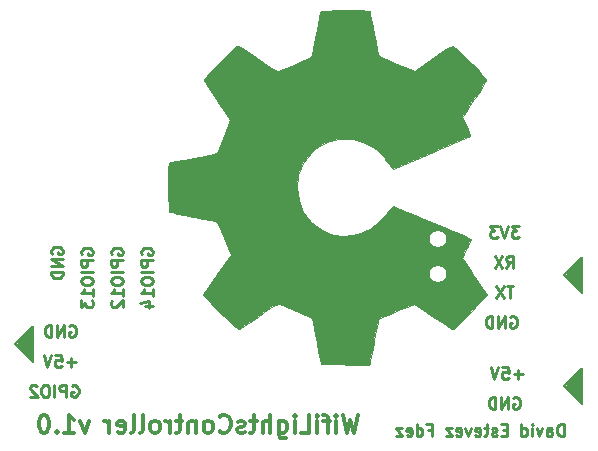
<source format=gbo>
G04 #@! TF.FileFunction,Legend,Bot*
%FSLAX46Y46*%
G04 Gerber Fmt 4.6, Leading zero omitted, Abs format (unit mm)*
G04 Created by KiCad (PCBNEW 0.201510170916+6271~30~ubuntu14.04.1-product) date Tue 27 Oct 2015 04:13:56 PM CET*
%MOMM*%
G01*
G04 APERTURE LIST*
%ADD10C,0.100000*%
%ADD11C,0.250000*%
%ADD12C,0.300000*%
%ADD13C,0.200000*%
%ADD14C,0.002540*%
%ADD15C,0.254000*%
%ADD16R,2.432000X2.127200*%
%ADD17O,2.432000X2.127200*%
%ADD18R,2.127200X2.432000*%
%ADD19O,2.127200X2.432000*%
%ADD20R,2.432000X2.432000*%
%ADD21O,2.432000X2.432000*%
%ADD22C,1.400000*%
%ADD23C,3.400000*%
G04 APERTURE END LIST*
D10*
D11*
X184593620Y-89098381D02*
X184593620Y-88098381D01*
X184355525Y-88098381D01*
X184212667Y-88146000D01*
X184117429Y-88241238D01*
X184069810Y-88336476D01*
X184022191Y-88526952D01*
X184022191Y-88669810D01*
X184069810Y-88860286D01*
X184117429Y-88955524D01*
X184212667Y-89050762D01*
X184355525Y-89098381D01*
X184593620Y-89098381D01*
X183165048Y-89098381D02*
X183165048Y-88574571D01*
X183212667Y-88479333D01*
X183307905Y-88431714D01*
X183498382Y-88431714D01*
X183593620Y-88479333D01*
X183165048Y-89050762D02*
X183260286Y-89098381D01*
X183498382Y-89098381D01*
X183593620Y-89050762D01*
X183641239Y-88955524D01*
X183641239Y-88860286D01*
X183593620Y-88765048D01*
X183498382Y-88717429D01*
X183260286Y-88717429D01*
X183165048Y-88669810D01*
X182784096Y-88431714D02*
X182546001Y-89098381D01*
X182307905Y-88431714D01*
X181926953Y-89098381D02*
X181926953Y-88431714D01*
X181926953Y-88098381D02*
X181974572Y-88146000D01*
X181926953Y-88193619D01*
X181879334Y-88146000D01*
X181926953Y-88098381D01*
X181926953Y-88193619D01*
X181022191Y-89098381D02*
X181022191Y-88098381D01*
X181022191Y-89050762D02*
X181117429Y-89098381D01*
X181307906Y-89098381D01*
X181403144Y-89050762D01*
X181450763Y-89003143D01*
X181498382Y-88907905D01*
X181498382Y-88622190D01*
X181450763Y-88526952D01*
X181403144Y-88479333D01*
X181307906Y-88431714D01*
X181117429Y-88431714D01*
X181022191Y-88479333D01*
X179784096Y-88574571D02*
X179450762Y-88574571D01*
X179307905Y-89098381D02*
X179784096Y-89098381D01*
X179784096Y-88098381D01*
X179307905Y-88098381D01*
X178926953Y-89050762D02*
X178831715Y-89098381D01*
X178641239Y-89098381D01*
X178546000Y-89050762D01*
X178498381Y-88955524D01*
X178498381Y-88907905D01*
X178546000Y-88812667D01*
X178641239Y-88765048D01*
X178784096Y-88765048D01*
X178879334Y-88717429D01*
X178926953Y-88622190D01*
X178926953Y-88574571D01*
X178879334Y-88479333D01*
X178784096Y-88431714D01*
X178641239Y-88431714D01*
X178546000Y-88479333D01*
X178212667Y-88431714D02*
X177831715Y-88431714D01*
X178069810Y-88098381D02*
X178069810Y-88955524D01*
X178022191Y-89050762D01*
X177926953Y-89098381D01*
X177831715Y-89098381D01*
X177117428Y-89050762D02*
X177212666Y-89098381D01*
X177403143Y-89098381D01*
X177498381Y-89050762D01*
X177546000Y-88955524D01*
X177546000Y-88574571D01*
X177498381Y-88479333D01*
X177403143Y-88431714D01*
X177212666Y-88431714D01*
X177117428Y-88479333D01*
X177069809Y-88574571D01*
X177069809Y-88669810D01*
X177546000Y-88765048D01*
X176736476Y-88431714D02*
X176498381Y-89098381D01*
X176260285Y-88431714D01*
X175498380Y-89050762D02*
X175593618Y-89098381D01*
X175784095Y-89098381D01*
X175879333Y-89050762D01*
X175926952Y-88955524D01*
X175926952Y-88574571D01*
X175879333Y-88479333D01*
X175784095Y-88431714D01*
X175593618Y-88431714D01*
X175498380Y-88479333D01*
X175450761Y-88574571D01*
X175450761Y-88669810D01*
X175926952Y-88765048D01*
X175117428Y-88431714D02*
X174593618Y-88431714D01*
X175117428Y-89098381D01*
X174593618Y-89098381D01*
X173117427Y-88574571D02*
X173450761Y-88574571D01*
X173450761Y-89098381D02*
X173450761Y-88098381D01*
X172974570Y-88098381D01*
X172165046Y-89098381D02*
X172165046Y-88098381D01*
X172165046Y-89050762D02*
X172260284Y-89098381D01*
X172450761Y-89098381D01*
X172545999Y-89050762D01*
X172593618Y-89003143D01*
X172641237Y-88907905D01*
X172641237Y-88622190D01*
X172593618Y-88526952D01*
X172545999Y-88479333D01*
X172450761Y-88431714D01*
X172260284Y-88431714D01*
X172165046Y-88479333D01*
X171307903Y-89050762D02*
X171403141Y-89098381D01*
X171593618Y-89098381D01*
X171688856Y-89050762D01*
X171736475Y-88955524D01*
X171736475Y-88574571D01*
X171688856Y-88479333D01*
X171593618Y-88431714D01*
X171403141Y-88431714D01*
X171307903Y-88479333D01*
X171260284Y-88574571D01*
X171260284Y-88669810D01*
X171736475Y-88765048D01*
X170926951Y-88431714D02*
X170403141Y-88431714D01*
X170926951Y-89098381D01*
X170403141Y-89098381D01*
D12*
X144382856Y-87816571D02*
X144025713Y-88816571D01*
X143668571Y-87816571D01*
X142311428Y-88816571D02*
X143168571Y-88816571D01*
X142739999Y-88816571D02*
X142739999Y-87316571D01*
X142882856Y-87530857D01*
X143025714Y-87673714D01*
X143168571Y-87745143D01*
X141668571Y-88673714D02*
X141597143Y-88745143D01*
X141668571Y-88816571D01*
X141740000Y-88745143D01*
X141668571Y-88673714D01*
X141668571Y-88816571D01*
X140668571Y-87316571D02*
X140525714Y-87316571D01*
X140382857Y-87388000D01*
X140311428Y-87459429D01*
X140239999Y-87602286D01*
X140168571Y-87888000D01*
X140168571Y-88245143D01*
X140239999Y-88530857D01*
X140311428Y-88673714D01*
X140382857Y-88745143D01*
X140525714Y-88816571D01*
X140668571Y-88816571D01*
X140811428Y-88745143D01*
X140882857Y-88673714D01*
X140954285Y-88530857D01*
X141025714Y-88245143D01*
X141025714Y-87888000D01*
X140954285Y-87602286D01*
X140882857Y-87459429D01*
X140811428Y-87388000D01*
X140668571Y-87316571D01*
X167178286Y-87316571D02*
X166821143Y-88816571D01*
X166535429Y-87745143D01*
X166249715Y-88816571D01*
X165892572Y-87316571D01*
X165321143Y-88816571D02*
X165321143Y-87816571D01*
X165321143Y-87316571D02*
X165392572Y-87388000D01*
X165321143Y-87459429D01*
X165249715Y-87388000D01*
X165321143Y-87316571D01*
X165321143Y-87459429D01*
X164821143Y-87816571D02*
X164249714Y-87816571D01*
X164606857Y-88816571D02*
X164606857Y-87530857D01*
X164535429Y-87388000D01*
X164392571Y-87316571D01*
X164249714Y-87316571D01*
X163749714Y-88816571D02*
X163749714Y-87816571D01*
X163749714Y-87316571D02*
X163821143Y-87388000D01*
X163749714Y-87459429D01*
X163678286Y-87388000D01*
X163749714Y-87316571D01*
X163749714Y-87459429D01*
X162321142Y-88816571D02*
X163035428Y-88816571D01*
X163035428Y-87316571D01*
X161821142Y-88816571D02*
X161821142Y-87816571D01*
X161821142Y-87316571D02*
X161892571Y-87388000D01*
X161821142Y-87459429D01*
X161749714Y-87388000D01*
X161821142Y-87316571D01*
X161821142Y-87459429D01*
X160463999Y-87816571D02*
X160463999Y-89030857D01*
X160535428Y-89173714D01*
X160606856Y-89245143D01*
X160749713Y-89316571D01*
X160963999Y-89316571D01*
X161106856Y-89245143D01*
X160463999Y-88745143D02*
X160606856Y-88816571D01*
X160892570Y-88816571D01*
X161035428Y-88745143D01*
X161106856Y-88673714D01*
X161178285Y-88530857D01*
X161178285Y-88102286D01*
X161106856Y-87959429D01*
X161035428Y-87888000D01*
X160892570Y-87816571D01*
X160606856Y-87816571D01*
X160463999Y-87888000D01*
X159749713Y-88816571D02*
X159749713Y-87316571D01*
X159106856Y-88816571D02*
X159106856Y-88030857D01*
X159178285Y-87888000D01*
X159321142Y-87816571D01*
X159535427Y-87816571D01*
X159678285Y-87888000D01*
X159749713Y-87959429D01*
X158606856Y-87816571D02*
X158035427Y-87816571D01*
X158392570Y-87316571D02*
X158392570Y-88602286D01*
X158321142Y-88745143D01*
X158178284Y-88816571D01*
X158035427Y-88816571D01*
X157606856Y-88745143D02*
X157463999Y-88816571D01*
X157178284Y-88816571D01*
X157035427Y-88745143D01*
X156963999Y-88602286D01*
X156963999Y-88530857D01*
X157035427Y-88388000D01*
X157178284Y-88316571D01*
X157392570Y-88316571D01*
X157535427Y-88245143D01*
X157606856Y-88102286D01*
X157606856Y-88030857D01*
X157535427Y-87888000D01*
X157392570Y-87816571D01*
X157178284Y-87816571D01*
X157035427Y-87888000D01*
X155463998Y-88673714D02*
X155535427Y-88745143D01*
X155749713Y-88816571D01*
X155892570Y-88816571D01*
X156106855Y-88745143D01*
X156249713Y-88602286D01*
X156321141Y-88459429D01*
X156392570Y-88173714D01*
X156392570Y-87959429D01*
X156321141Y-87673714D01*
X156249713Y-87530857D01*
X156106855Y-87388000D01*
X155892570Y-87316571D01*
X155749713Y-87316571D01*
X155535427Y-87388000D01*
X155463998Y-87459429D01*
X154606855Y-88816571D02*
X154749713Y-88745143D01*
X154821141Y-88673714D01*
X154892570Y-88530857D01*
X154892570Y-88102286D01*
X154821141Y-87959429D01*
X154749713Y-87888000D01*
X154606855Y-87816571D01*
X154392570Y-87816571D01*
X154249713Y-87888000D01*
X154178284Y-87959429D01*
X154106855Y-88102286D01*
X154106855Y-88530857D01*
X154178284Y-88673714D01*
X154249713Y-88745143D01*
X154392570Y-88816571D01*
X154606855Y-88816571D01*
X153463998Y-87816571D02*
X153463998Y-88816571D01*
X153463998Y-87959429D02*
X153392570Y-87888000D01*
X153249712Y-87816571D01*
X153035427Y-87816571D01*
X152892570Y-87888000D01*
X152821141Y-88030857D01*
X152821141Y-88816571D01*
X152321141Y-87816571D02*
X151749712Y-87816571D01*
X152106855Y-87316571D02*
X152106855Y-88602286D01*
X152035427Y-88745143D01*
X151892569Y-88816571D01*
X151749712Y-88816571D01*
X151249712Y-88816571D02*
X151249712Y-87816571D01*
X151249712Y-88102286D02*
X151178284Y-87959429D01*
X151106855Y-87888000D01*
X150963998Y-87816571D01*
X150821141Y-87816571D01*
X150106855Y-88816571D02*
X150249713Y-88745143D01*
X150321141Y-88673714D01*
X150392570Y-88530857D01*
X150392570Y-88102286D01*
X150321141Y-87959429D01*
X150249713Y-87888000D01*
X150106855Y-87816571D01*
X149892570Y-87816571D01*
X149749713Y-87888000D01*
X149678284Y-87959429D01*
X149606855Y-88102286D01*
X149606855Y-88530857D01*
X149678284Y-88673714D01*
X149749713Y-88745143D01*
X149892570Y-88816571D01*
X150106855Y-88816571D01*
X148749712Y-88816571D02*
X148892570Y-88745143D01*
X148963998Y-88602286D01*
X148963998Y-87316571D01*
X147963998Y-88816571D02*
X148106856Y-88745143D01*
X148178284Y-88602286D01*
X148178284Y-87316571D01*
X146821142Y-88745143D02*
X146963999Y-88816571D01*
X147249713Y-88816571D01*
X147392570Y-88745143D01*
X147463999Y-88602286D01*
X147463999Y-88030857D01*
X147392570Y-87888000D01*
X147249713Y-87816571D01*
X146963999Y-87816571D01*
X146821142Y-87888000D01*
X146749713Y-88030857D01*
X146749713Y-88173714D01*
X147463999Y-88316571D01*
X146106856Y-88816571D02*
X146106856Y-87816571D01*
X146106856Y-88102286D02*
X146035428Y-87959429D01*
X145963999Y-87888000D01*
X145821142Y-87816571D01*
X145678285Y-87816571D01*
D11*
X180085904Y-79002000D02*
X180181142Y-78954381D01*
X180323999Y-78954381D01*
X180466857Y-79002000D01*
X180562095Y-79097238D01*
X180609714Y-79192476D01*
X180657333Y-79382952D01*
X180657333Y-79525810D01*
X180609714Y-79716286D01*
X180562095Y-79811524D01*
X180466857Y-79906762D01*
X180323999Y-79954381D01*
X180228761Y-79954381D01*
X180085904Y-79906762D01*
X180038285Y-79859143D01*
X180038285Y-79525810D01*
X180228761Y-79525810D01*
X179609714Y-79954381D02*
X179609714Y-78954381D01*
X179038285Y-79954381D01*
X179038285Y-78954381D01*
X178562095Y-79954381D02*
X178562095Y-78954381D01*
X178324000Y-78954381D01*
X178181142Y-79002000D01*
X178085904Y-79097238D01*
X178038285Y-79192476D01*
X177990666Y-79382952D01*
X177990666Y-79525810D01*
X178038285Y-79716286D01*
X178085904Y-79811524D01*
X178181142Y-79906762D01*
X178324000Y-79954381D01*
X178562095Y-79954381D01*
X180339905Y-76414381D02*
X179768476Y-76414381D01*
X180054191Y-77414381D02*
X180054191Y-76414381D01*
X179530381Y-76414381D02*
X178863714Y-77414381D01*
X178863714Y-76414381D02*
X179530381Y-77414381D01*
X179744666Y-74874381D02*
X180078000Y-74398190D01*
X180316095Y-74874381D02*
X180316095Y-73874381D01*
X179935142Y-73874381D01*
X179839904Y-73922000D01*
X179792285Y-73969619D01*
X179744666Y-74064857D01*
X179744666Y-74207714D01*
X179792285Y-74302952D01*
X179839904Y-74350571D01*
X179935142Y-74398190D01*
X180316095Y-74398190D01*
X179411333Y-73874381D02*
X178744666Y-74874381D01*
X178744666Y-73874381D02*
X179411333Y-74874381D01*
X180816095Y-71334381D02*
X180197047Y-71334381D01*
X180530381Y-71715333D01*
X180387523Y-71715333D01*
X180292285Y-71762952D01*
X180244666Y-71810571D01*
X180197047Y-71905810D01*
X180197047Y-72143905D01*
X180244666Y-72239143D01*
X180292285Y-72286762D01*
X180387523Y-72334381D01*
X180673238Y-72334381D01*
X180768476Y-72286762D01*
X180816095Y-72239143D01*
X179911333Y-71334381D02*
X179578000Y-72334381D01*
X179244666Y-71334381D01*
X179006571Y-71334381D02*
X178387523Y-71334381D01*
X178720857Y-71715333D01*
X178577999Y-71715333D01*
X178482761Y-71762952D01*
X178435142Y-71810571D01*
X178387523Y-71905810D01*
X178387523Y-72143905D01*
X178435142Y-72239143D01*
X178482761Y-72286762D01*
X178577999Y-72334381D01*
X178863714Y-72334381D01*
X178958952Y-72286762D01*
X179006571Y-72239143D01*
D13*
X139700000Y-82804000D02*
X138176000Y-81280000D01*
X139700000Y-79756000D02*
X139700000Y-82804000D01*
X138176000Y-81280000D02*
X139700000Y-79756000D01*
X184658000Y-75438000D02*
X186182000Y-73914000D01*
X186182000Y-73914000D02*
X186182000Y-76962000D01*
X186182000Y-76962000D02*
X184658000Y-75438000D01*
X186182000Y-86360000D02*
X184658000Y-84836000D01*
X186182000Y-83312000D02*
X186182000Y-86360000D01*
X184658000Y-84836000D02*
X186182000Y-83312000D01*
D11*
X180339904Y-85860000D02*
X180435142Y-85812381D01*
X180577999Y-85812381D01*
X180720857Y-85860000D01*
X180816095Y-85955238D01*
X180863714Y-86050476D01*
X180911333Y-86240952D01*
X180911333Y-86383810D01*
X180863714Y-86574286D01*
X180816095Y-86669524D01*
X180720857Y-86764762D01*
X180577999Y-86812381D01*
X180482761Y-86812381D01*
X180339904Y-86764762D01*
X180292285Y-86717143D01*
X180292285Y-86383810D01*
X180482761Y-86383810D01*
X179863714Y-86812381D02*
X179863714Y-85812381D01*
X179292285Y-86812381D01*
X179292285Y-85812381D01*
X178816095Y-86812381D02*
X178816095Y-85812381D01*
X178578000Y-85812381D01*
X178435142Y-85860000D01*
X178339904Y-85955238D01*
X178292285Y-86050476D01*
X178244666Y-86240952D01*
X178244666Y-86383810D01*
X178292285Y-86574286D01*
X178339904Y-86669524D01*
X178435142Y-86764762D01*
X178578000Y-86812381D01*
X178816095Y-86812381D01*
X181117714Y-83891429D02*
X180355809Y-83891429D01*
X180736761Y-84272381D02*
X180736761Y-83510476D01*
X179403428Y-83272381D02*
X179879619Y-83272381D01*
X179927238Y-83748571D01*
X179879619Y-83700952D01*
X179784381Y-83653333D01*
X179546285Y-83653333D01*
X179451047Y-83700952D01*
X179403428Y-83748571D01*
X179355809Y-83843810D01*
X179355809Y-84081905D01*
X179403428Y-84177143D01*
X179451047Y-84224762D01*
X179546285Y-84272381D01*
X179784381Y-84272381D01*
X179879619Y-84224762D01*
X179927238Y-84177143D01*
X179070095Y-83272381D02*
X178736762Y-84272381D01*
X178403428Y-83272381D01*
X142954190Y-84844000D02*
X143049428Y-84796381D01*
X143192285Y-84796381D01*
X143335143Y-84844000D01*
X143430381Y-84939238D01*
X143478000Y-85034476D01*
X143525619Y-85224952D01*
X143525619Y-85367810D01*
X143478000Y-85558286D01*
X143430381Y-85653524D01*
X143335143Y-85748762D01*
X143192285Y-85796381D01*
X143097047Y-85796381D01*
X142954190Y-85748762D01*
X142906571Y-85701143D01*
X142906571Y-85367810D01*
X143097047Y-85367810D01*
X142478000Y-85796381D02*
X142478000Y-84796381D01*
X142097047Y-84796381D01*
X142001809Y-84844000D01*
X141954190Y-84891619D01*
X141906571Y-84986857D01*
X141906571Y-85129714D01*
X141954190Y-85224952D01*
X142001809Y-85272571D01*
X142097047Y-85320190D01*
X142478000Y-85320190D01*
X141478000Y-85796381D02*
X141478000Y-84796381D01*
X140811334Y-84796381D02*
X140620857Y-84796381D01*
X140525619Y-84844000D01*
X140430381Y-84939238D01*
X140382762Y-85129714D01*
X140382762Y-85463048D01*
X140430381Y-85653524D01*
X140525619Y-85748762D01*
X140620857Y-85796381D01*
X140811334Y-85796381D01*
X140906572Y-85748762D01*
X141001810Y-85653524D01*
X141049429Y-85463048D01*
X141049429Y-85129714D01*
X141001810Y-84939238D01*
X140906572Y-84844000D01*
X140811334Y-84796381D01*
X140001810Y-84891619D02*
X139954191Y-84844000D01*
X139858953Y-84796381D01*
X139620857Y-84796381D01*
X139525619Y-84844000D01*
X139478000Y-84891619D01*
X139430381Y-84986857D01*
X139430381Y-85082095D01*
X139478000Y-85224952D01*
X140049429Y-85796381D01*
X139430381Y-85796381D01*
X143271714Y-82875429D02*
X142509809Y-82875429D01*
X142890761Y-83256381D02*
X142890761Y-82494476D01*
X141557428Y-82256381D02*
X142033619Y-82256381D01*
X142081238Y-82732571D01*
X142033619Y-82684952D01*
X141938381Y-82637333D01*
X141700285Y-82637333D01*
X141605047Y-82684952D01*
X141557428Y-82732571D01*
X141509809Y-82827810D01*
X141509809Y-83065905D01*
X141557428Y-83161143D01*
X141605047Y-83208762D01*
X141700285Y-83256381D01*
X141938381Y-83256381D01*
X142033619Y-83208762D01*
X142081238Y-83161143D01*
X141224095Y-82256381D02*
X140890762Y-83256381D01*
X140557428Y-82256381D01*
X146312000Y-73739620D02*
X146264381Y-73644382D01*
X146264381Y-73501525D01*
X146312000Y-73358667D01*
X146407238Y-73263429D01*
X146502476Y-73215810D01*
X146692952Y-73168191D01*
X146835810Y-73168191D01*
X147026286Y-73215810D01*
X147121524Y-73263429D01*
X147216762Y-73358667D01*
X147264381Y-73501525D01*
X147264381Y-73596763D01*
X147216762Y-73739620D01*
X147169143Y-73787239D01*
X146835810Y-73787239D01*
X146835810Y-73596763D01*
X147264381Y-74215810D02*
X146264381Y-74215810D01*
X146264381Y-74596763D01*
X146312000Y-74692001D01*
X146359619Y-74739620D01*
X146454857Y-74787239D01*
X146597714Y-74787239D01*
X146692952Y-74739620D01*
X146740571Y-74692001D01*
X146788190Y-74596763D01*
X146788190Y-74215810D01*
X147264381Y-75215810D02*
X146264381Y-75215810D01*
X146264381Y-75882476D02*
X146264381Y-76072953D01*
X146312000Y-76168191D01*
X146407238Y-76263429D01*
X146597714Y-76311048D01*
X146931048Y-76311048D01*
X147121524Y-76263429D01*
X147216762Y-76168191D01*
X147264381Y-76072953D01*
X147264381Y-75882476D01*
X147216762Y-75787238D01*
X147121524Y-75692000D01*
X146931048Y-75644381D01*
X146597714Y-75644381D01*
X146407238Y-75692000D01*
X146312000Y-75787238D01*
X146264381Y-75882476D01*
X147264381Y-77263429D02*
X147264381Y-76692000D01*
X147264381Y-76977714D02*
X146264381Y-76977714D01*
X146407238Y-76882476D01*
X146502476Y-76787238D01*
X146550095Y-76692000D01*
X146359619Y-77644381D02*
X146312000Y-77692000D01*
X146264381Y-77787238D01*
X146264381Y-78025334D01*
X146312000Y-78120572D01*
X146359619Y-78168191D01*
X146454857Y-78215810D01*
X146550095Y-78215810D01*
X146692952Y-78168191D01*
X147264381Y-77596762D01*
X147264381Y-78215810D01*
X148852000Y-73739620D02*
X148804381Y-73644382D01*
X148804381Y-73501525D01*
X148852000Y-73358667D01*
X148947238Y-73263429D01*
X149042476Y-73215810D01*
X149232952Y-73168191D01*
X149375810Y-73168191D01*
X149566286Y-73215810D01*
X149661524Y-73263429D01*
X149756762Y-73358667D01*
X149804381Y-73501525D01*
X149804381Y-73596763D01*
X149756762Y-73739620D01*
X149709143Y-73787239D01*
X149375810Y-73787239D01*
X149375810Y-73596763D01*
X149804381Y-74215810D02*
X148804381Y-74215810D01*
X148804381Y-74596763D01*
X148852000Y-74692001D01*
X148899619Y-74739620D01*
X148994857Y-74787239D01*
X149137714Y-74787239D01*
X149232952Y-74739620D01*
X149280571Y-74692001D01*
X149328190Y-74596763D01*
X149328190Y-74215810D01*
X149804381Y-75215810D02*
X148804381Y-75215810D01*
X148804381Y-75882476D02*
X148804381Y-76072953D01*
X148852000Y-76168191D01*
X148947238Y-76263429D01*
X149137714Y-76311048D01*
X149471048Y-76311048D01*
X149661524Y-76263429D01*
X149756762Y-76168191D01*
X149804381Y-76072953D01*
X149804381Y-75882476D01*
X149756762Y-75787238D01*
X149661524Y-75692000D01*
X149471048Y-75644381D01*
X149137714Y-75644381D01*
X148947238Y-75692000D01*
X148852000Y-75787238D01*
X148804381Y-75882476D01*
X149804381Y-77263429D02*
X149804381Y-76692000D01*
X149804381Y-76977714D02*
X148804381Y-76977714D01*
X148947238Y-76882476D01*
X149042476Y-76787238D01*
X149090095Y-76692000D01*
X149137714Y-78120572D02*
X149804381Y-78120572D01*
X148756762Y-77882476D02*
X149471048Y-77644381D01*
X149471048Y-78263429D01*
X142747904Y-79764000D02*
X142843142Y-79716381D01*
X142985999Y-79716381D01*
X143128857Y-79764000D01*
X143224095Y-79859238D01*
X143271714Y-79954476D01*
X143319333Y-80144952D01*
X143319333Y-80287810D01*
X143271714Y-80478286D01*
X143224095Y-80573524D01*
X143128857Y-80668762D01*
X142985999Y-80716381D01*
X142890761Y-80716381D01*
X142747904Y-80668762D01*
X142700285Y-80621143D01*
X142700285Y-80287810D01*
X142890761Y-80287810D01*
X142271714Y-80716381D02*
X142271714Y-79716381D01*
X141700285Y-80716381D01*
X141700285Y-79716381D01*
X141224095Y-80716381D02*
X141224095Y-79716381D01*
X140986000Y-79716381D01*
X140843142Y-79764000D01*
X140747904Y-79859238D01*
X140700285Y-79954476D01*
X140652666Y-80144952D01*
X140652666Y-80287810D01*
X140700285Y-80478286D01*
X140747904Y-80573524D01*
X140843142Y-80668762D01*
X140986000Y-80716381D01*
X141224095Y-80716381D01*
X143772000Y-73739620D02*
X143724381Y-73644382D01*
X143724381Y-73501525D01*
X143772000Y-73358667D01*
X143867238Y-73263429D01*
X143962476Y-73215810D01*
X144152952Y-73168191D01*
X144295810Y-73168191D01*
X144486286Y-73215810D01*
X144581524Y-73263429D01*
X144676762Y-73358667D01*
X144724381Y-73501525D01*
X144724381Y-73596763D01*
X144676762Y-73739620D01*
X144629143Y-73787239D01*
X144295810Y-73787239D01*
X144295810Y-73596763D01*
X144724381Y-74215810D02*
X143724381Y-74215810D01*
X143724381Y-74596763D01*
X143772000Y-74692001D01*
X143819619Y-74739620D01*
X143914857Y-74787239D01*
X144057714Y-74787239D01*
X144152952Y-74739620D01*
X144200571Y-74692001D01*
X144248190Y-74596763D01*
X144248190Y-74215810D01*
X144724381Y-75215810D02*
X143724381Y-75215810D01*
X143724381Y-75882476D02*
X143724381Y-76072953D01*
X143772000Y-76168191D01*
X143867238Y-76263429D01*
X144057714Y-76311048D01*
X144391048Y-76311048D01*
X144581524Y-76263429D01*
X144676762Y-76168191D01*
X144724381Y-76072953D01*
X144724381Y-75882476D01*
X144676762Y-75787238D01*
X144581524Y-75692000D01*
X144391048Y-75644381D01*
X144057714Y-75644381D01*
X143867238Y-75692000D01*
X143772000Y-75787238D01*
X143724381Y-75882476D01*
X144724381Y-77263429D02*
X144724381Y-76692000D01*
X144724381Y-76977714D02*
X143724381Y-76977714D01*
X143867238Y-76882476D01*
X143962476Y-76787238D01*
X144010095Y-76692000D01*
X143724381Y-77596762D02*
X143724381Y-78215810D01*
X144105333Y-77882476D01*
X144105333Y-78025334D01*
X144152952Y-78120572D01*
X144200571Y-78168191D01*
X144295810Y-78215810D01*
X144533905Y-78215810D01*
X144629143Y-78168191D01*
X144676762Y-78120572D01*
X144724381Y-78025334D01*
X144724381Y-77739619D01*
X144676762Y-77644381D01*
X144629143Y-77596762D01*
X141232000Y-73660096D02*
X141184381Y-73564858D01*
X141184381Y-73422001D01*
X141232000Y-73279143D01*
X141327238Y-73183905D01*
X141422476Y-73136286D01*
X141612952Y-73088667D01*
X141755810Y-73088667D01*
X141946286Y-73136286D01*
X142041524Y-73183905D01*
X142136762Y-73279143D01*
X142184381Y-73422001D01*
X142184381Y-73517239D01*
X142136762Y-73660096D01*
X142089143Y-73707715D01*
X141755810Y-73707715D01*
X141755810Y-73517239D01*
X142184381Y-74136286D02*
X141184381Y-74136286D01*
X142184381Y-74707715D01*
X141184381Y-74707715D01*
X142184381Y-75183905D02*
X141184381Y-75183905D01*
X141184381Y-75422000D01*
X141232000Y-75564858D01*
X141327238Y-75660096D01*
X141422476Y-75707715D01*
X141612952Y-75755334D01*
X141755810Y-75755334D01*
X141946286Y-75707715D01*
X142041524Y-75660096D01*
X142136762Y-75564858D01*
X142184381Y-75422000D01*
X142184381Y-75183905D01*
D14*
G36*
X178069240Y-77167740D02*
X177985420Y-77010260D01*
X177764440Y-76657200D01*
X177436780Y-76156820D01*
X177040540Y-75565000D01*
X176639220Y-74970640D01*
X176311560Y-74482960D01*
X176093120Y-74140060D01*
X176011840Y-73997820D01*
X176039780Y-73921620D01*
X176176940Y-73637140D01*
X176390300Y-73228200D01*
X176512220Y-72991980D01*
X176674780Y-72613520D01*
X176707800Y-72428100D01*
X176657000Y-72397620D01*
X176367440Y-72260460D01*
X175877220Y-72042020D01*
X175226980Y-71760080D01*
X174464980Y-71434960D01*
X173644560Y-71089520D01*
X172806360Y-70739000D01*
X172008800Y-70408800D01*
X171289980Y-70114160D01*
X170705780Y-69880480D01*
X170301920Y-69725540D01*
X170126660Y-69667120D01*
X170088560Y-69684900D01*
X169905680Y-69872860D01*
X169659300Y-70203060D01*
X169085260Y-70909180D01*
X168208960Y-71610220D01*
X167215820Y-72039480D01*
X166110920Y-72179180D01*
X165089840Y-72059800D01*
X164099240Y-71655940D01*
X163215320Y-70972680D01*
X162557460Y-70139560D01*
X162143440Y-69166740D01*
X162006280Y-68074540D01*
X162125660Y-67025520D01*
X162521900Y-66019680D01*
X163195000Y-65135760D01*
X163626800Y-64762380D01*
X164523420Y-64246760D01*
X165486080Y-63954660D01*
X165732460Y-63921640D01*
X166784020Y-63964820D01*
X167792400Y-64277240D01*
X168699180Y-64833500D01*
X169438320Y-65605660D01*
X169506900Y-65702180D01*
X169773600Y-66060320D01*
X169959020Y-66301620D01*
X170111420Y-66487040D01*
X173342300Y-65145920D01*
X173855380Y-64932560D01*
X174736760Y-64564260D01*
X175498760Y-64239140D01*
X176103280Y-63982600D01*
X176507140Y-63804800D01*
X176669700Y-63723520D01*
X176679860Y-63715900D01*
X176700180Y-63599060D01*
X176611280Y-63350140D01*
X176390300Y-62900560D01*
X176237900Y-62603380D01*
X176072800Y-62260480D01*
X176011840Y-62105540D01*
X176082960Y-61976000D01*
X176298860Y-61645800D01*
X176618900Y-61165740D01*
X177010060Y-60586620D01*
X177383440Y-60040520D01*
X177718720Y-59532520D01*
X177954940Y-59161680D01*
X178048920Y-58986420D01*
X178048920Y-58955940D01*
X177960020Y-58795920D01*
X177718720Y-58508900D01*
X177302160Y-58066940D01*
X176687480Y-57444640D01*
X176596040Y-57350660D01*
X176072800Y-56840120D01*
X175638460Y-56423560D01*
X175326040Y-56144160D01*
X175186340Y-56045100D01*
X175183800Y-56045100D01*
X175008540Y-56136540D01*
X174642780Y-56367680D01*
X174129700Y-56702960D01*
X173530260Y-57111900D01*
X171975780Y-58181240D01*
X170510200Y-57594500D01*
X170060620Y-57414160D01*
X169514520Y-57185560D01*
X169128440Y-57015380D01*
X168958260Y-56929020D01*
X168902380Y-56769000D01*
X168805860Y-56365140D01*
X168683940Y-55786020D01*
X168554400Y-55092600D01*
X168432480Y-54432200D01*
X168320720Y-53832760D01*
X168236900Y-53400960D01*
X168198800Y-53207920D01*
X168170860Y-53162200D01*
X168076880Y-53121560D01*
X167873680Y-53096160D01*
X167510460Y-53080920D01*
X166938960Y-53073300D01*
X166110920Y-53073300D01*
X166022020Y-53073300D01*
X165232080Y-53080920D01*
X164604700Y-53096160D01*
X164188140Y-53119020D01*
X164025580Y-53144420D01*
X164025580Y-53146960D01*
X163979860Y-53332380D01*
X163890960Y-53754020D01*
X163774120Y-54350920D01*
X163639500Y-55064660D01*
X163629340Y-55107840D01*
X163492180Y-55819040D01*
X163367720Y-56410860D01*
X163273740Y-56827420D01*
X163217860Y-57002680D01*
X163167060Y-57040780D01*
X162890200Y-57183020D01*
X162450780Y-57386220D01*
X161914840Y-57622440D01*
X161356040Y-57853580D01*
X160855660Y-58054240D01*
X160482280Y-58188860D01*
X160312100Y-58229500D01*
X160307020Y-58226960D01*
X160136840Y-58120280D01*
X159771080Y-57876440D01*
X159260540Y-57531000D01*
X158656020Y-57116980D01*
X158610300Y-57086500D01*
X158010860Y-56680100D01*
X157505400Y-56347360D01*
X157142180Y-56126380D01*
X156979620Y-56045100D01*
X156969460Y-56045100D01*
X156789120Y-56182260D01*
X156448760Y-56487060D01*
X155991560Y-56923940D01*
X155463240Y-57449720D01*
X155298140Y-57614820D01*
X154729180Y-58199020D01*
X154358340Y-58605420D01*
X154157680Y-58856880D01*
X154114500Y-58976260D01*
X154117040Y-58981340D01*
X154226260Y-59161680D01*
X154472640Y-59540140D01*
X154820620Y-60055760D01*
X155234640Y-60662820D01*
X155265120Y-60706000D01*
X155671520Y-61305440D01*
X156009340Y-61805820D01*
X156243020Y-62158880D01*
X156337000Y-62313820D01*
X156337000Y-62341760D01*
X156265880Y-62585600D01*
X156116020Y-63012320D01*
X155912820Y-63535560D01*
X155691840Y-64091820D01*
X155478480Y-64594740D01*
X155305760Y-64973200D01*
X155204160Y-65151000D01*
X155196540Y-65156080D01*
X154980640Y-65219580D01*
X154533600Y-65323720D01*
X153913840Y-65450720D01*
X153179780Y-65590420D01*
X153062940Y-65613280D01*
X152346660Y-65747900D01*
X151757380Y-65862200D01*
X151348440Y-65946020D01*
X151180800Y-65986660D01*
X151157940Y-66088260D01*
X151132540Y-66438780D01*
X151117300Y-66972180D01*
X151112220Y-67617340D01*
X151114760Y-68300600D01*
X151130000Y-68963540D01*
X151150320Y-69529960D01*
X151178260Y-69933820D01*
X151211280Y-70104000D01*
X151221440Y-70111620D01*
X151442420Y-70172580D01*
X151892000Y-70271640D01*
X152514300Y-70398640D01*
X153248360Y-70538340D01*
X153380440Y-70563740D01*
X154091640Y-70698360D01*
X154675840Y-70817740D01*
X155079700Y-70904100D01*
X155237180Y-70949820D01*
X155270200Y-71013320D01*
X155399740Y-71307960D01*
X155597860Y-71785480D01*
X155836620Y-72377300D01*
X156392880Y-73751440D01*
X155239720Y-75432920D01*
X155133040Y-75587860D01*
X154721560Y-76194920D01*
X154391360Y-76692760D01*
X154167840Y-77038200D01*
X154086560Y-77180440D01*
X154091640Y-77193140D01*
X154238960Y-77360780D01*
X154551380Y-77693520D01*
X154993340Y-78148180D01*
X155521660Y-78681580D01*
X155915360Y-79072740D01*
X156387800Y-79535020D01*
X156705300Y-79829660D01*
X156908500Y-79989680D01*
X157032960Y-80048100D01*
X157114240Y-80032860D01*
X157286960Y-79923640D01*
X157655260Y-79677260D01*
X158168340Y-79329280D01*
X158762700Y-78920340D01*
X159260540Y-78585060D01*
X159826960Y-78216760D01*
X160230820Y-77980540D01*
X160426400Y-77896720D01*
X160507680Y-77919580D01*
X160837880Y-78033880D01*
X161335720Y-78237080D01*
X161930080Y-78488540D01*
X163261040Y-79075280D01*
X163431220Y-79949040D01*
X163530280Y-80477360D01*
X163672520Y-81216500D01*
X163809680Y-81927700D01*
X164025580Y-83032600D01*
X168094660Y-83070700D01*
X168168320Y-82900520D01*
X168211500Y-82737960D01*
X168302940Y-82326480D01*
X168419780Y-81742280D01*
X168549320Y-81051400D01*
X168658540Y-80462120D01*
X168770300Y-79870300D01*
X168854120Y-79446120D01*
X168894760Y-79258160D01*
X168958260Y-79209900D01*
X169245280Y-79060040D01*
X169699940Y-78851760D01*
X170248580Y-78615540D01*
X170820080Y-78376780D01*
X171343320Y-78168500D01*
X171742100Y-78023720D01*
X171950380Y-77967840D01*
X172105320Y-78051660D01*
X172455840Y-78272640D01*
X172951140Y-78600300D01*
X173540420Y-79004160D01*
X174129700Y-79405480D01*
X174632620Y-79745840D01*
X174995840Y-79984600D01*
X175160940Y-80081120D01*
X175272700Y-80032860D01*
X175557180Y-79796640D01*
X176019460Y-79352140D01*
X176672240Y-78691740D01*
X176776380Y-78585060D01*
X177281840Y-78056740D01*
X177690780Y-77614780D01*
X177967640Y-77304900D01*
X178069240Y-77167740D01*
X178069240Y-77167740D01*
G37*
X178069240Y-77167740D02*
X177985420Y-77010260D01*
X177764440Y-76657200D01*
X177436780Y-76156820D01*
X177040540Y-75565000D01*
X176639220Y-74970640D01*
X176311560Y-74482960D01*
X176093120Y-74140060D01*
X176011840Y-73997820D01*
X176039780Y-73921620D01*
X176176940Y-73637140D01*
X176390300Y-73228200D01*
X176512220Y-72991980D01*
X176674780Y-72613520D01*
X176707800Y-72428100D01*
X176657000Y-72397620D01*
X176367440Y-72260460D01*
X175877220Y-72042020D01*
X175226980Y-71760080D01*
X174464980Y-71434960D01*
X173644560Y-71089520D01*
X172806360Y-70739000D01*
X172008800Y-70408800D01*
X171289980Y-70114160D01*
X170705780Y-69880480D01*
X170301920Y-69725540D01*
X170126660Y-69667120D01*
X170088560Y-69684900D01*
X169905680Y-69872860D01*
X169659300Y-70203060D01*
X169085260Y-70909180D01*
X168208960Y-71610220D01*
X167215820Y-72039480D01*
X166110920Y-72179180D01*
X165089840Y-72059800D01*
X164099240Y-71655940D01*
X163215320Y-70972680D01*
X162557460Y-70139560D01*
X162143440Y-69166740D01*
X162006280Y-68074540D01*
X162125660Y-67025520D01*
X162521900Y-66019680D01*
X163195000Y-65135760D01*
X163626800Y-64762380D01*
X164523420Y-64246760D01*
X165486080Y-63954660D01*
X165732460Y-63921640D01*
X166784020Y-63964820D01*
X167792400Y-64277240D01*
X168699180Y-64833500D01*
X169438320Y-65605660D01*
X169506900Y-65702180D01*
X169773600Y-66060320D01*
X169959020Y-66301620D01*
X170111420Y-66487040D01*
X173342300Y-65145920D01*
X173855380Y-64932560D01*
X174736760Y-64564260D01*
X175498760Y-64239140D01*
X176103280Y-63982600D01*
X176507140Y-63804800D01*
X176669700Y-63723520D01*
X176679860Y-63715900D01*
X176700180Y-63599060D01*
X176611280Y-63350140D01*
X176390300Y-62900560D01*
X176237900Y-62603380D01*
X176072800Y-62260480D01*
X176011840Y-62105540D01*
X176082960Y-61976000D01*
X176298860Y-61645800D01*
X176618900Y-61165740D01*
X177010060Y-60586620D01*
X177383440Y-60040520D01*
X177718720Y-59532520D01*
X177954940Y-59161680D01*
X178048920Y-58986420D01*
X178048920Y-58955940D01*
X177960020Y-58795920D01*
X177718720Y-58508900D01*
X177302160Y-58066940D01*
X176687480Y-57444640D01*
X176596040Y-57350660D01*
X176072800Y-56840120D01*
X175638460Y-56423560D01*
X175326040Y-56144160D01*
X175186340Y-56045100D01*
X175183800Y-56045100D01*
X175008540Y-56136540D01*
X174642780Y-56367680D01*
X174129700Y-56702960D01*
X173530260Y-57111900D01*
X171975780Y-58181240D01*
X170510200Y-57594500D01*
X170060620Y-57414160D01*
X169514520Y-57185560D01*
X169128440Y-57015380D01*
X168958260Y-56929020D01*
X168902380Y-56769000D01*
X168805860Y-56365140D01*
X168683940Y-55786020D01*
X168554400Y-55092600D01*
X168432480Y-54432200D01*
X168320720Y-53832760D01*
X168236900Y-53400960D01*
X168198800Y-53207920D01*
X168170860Y-53162200D01*
X168076880Y-53121560D01*
X167873680Y-53096160D01*
X167510460Y-53080920D01*
X166938960Y-53073300D01*
X166110920Y-53073300D01*
X166022020Y-53073300D01*
X165232080Y-53080920D01*
X164604700Y-53096160D01*
X164188140Y-53119020D01*
X164025580Y-53144420D01*
X164025580Y-53146960D01*
X163979860Y-53332380D01*
X163890960Y-53754020D01*
X163774120Y-54350920D01*
X163639500Y-55064660D01*
X163629340Y-55107840D01*
X163492180Y-55819040D01*
X163367720Y-56410860D01*
X163273740Y-56827420D01*
X163217860Y-57002680D01*
X163167060Y-57040780D01*
X162890200Y-57183020D01*
X162450780Y-57386220D01*
X161914840Y-57622440D01*
X161356040Y-57853580D01*
X160855660Y-58054240D01*
X160482280Y-58188860D01*
X160312100Y-58229500D01*
X160307020Y-58226960D01*
X160136840Y-58120280D01*
X159771080Y-57876440D01*
X159260540Y-57531000D01*
X158656020Y-57116980D01*
X158610300Y-57086500D01*
X158010860Y-56680100D01*
X157505400Y-56347360D01*
X157142180Y-56126380D01*
X156979620Y-56045100D01*
X156969460Y-56045100D01*
X156789120Y-56182260D01*
X156448760Y-56487060D01*
X155991560Y-56923940D01*
X155463240Y-57449720D01*
X155298140Y-57614820D01*
X154729180Y-58199020D01*
X154358340Y-58605420D01*
X154157680Y-58856880D01*
X154114500Y-58976260D01*
X154117040Y-58981340D01*
X154226260Y-59161680D01*
X154472640Y-59540140D01*
X154820620Y-60055760D01*
X155234640Y-60662820D01*
X155265120Y-60706000D01*
X155671520Y-61305440D01*
X156009340Y-61805820D01*
X156243020Y-62158880D01*
X156337000Y-62313820D01*
X156337000Y-62341760D01*
X156265880Y-62585600D01*
X156116020Y-63012320D01*
X155912820Y-63535560D01*
X155691840Y-64091820D01*
X155478480Y-64594740D01*
X155305760Y-64973200D01*
X155204160Y-65151000D01*
X155196540Y-65156080D01*
X154980640Y-65219580D01*
X154533600Y-65323720D01*
X153913840Y-65450720D01*
X153179780Y-65590420D01*
X153062940Y-65613280D01*
X152346660Y-65747900D01*
X151757380Y-65862200D01*
X151348440Y-65946020D01*
X151180800Y-65986660D01*
X151157940Y-66088260D01*
X151132540Y-66438780D01*
X151117300Y-66972180D01*
X151112220Y-67617340D01*
X151114760Y-68300600D01*
X151130000Y-68963540D01*
X151150320Y-69529960D01*
X151178260Y-69933820D01*
X151211280Y-70104000D01*
X151221440Y-70111620D01*
X151442420Y-70172580D01*
X151892000Y-70271640D01*
X152514300Y-70398640D01*
X153248360Y-70538340D01*
X153380440Y-70563740D01*
X154091640Y-70698360D01*
X154675840Y-70817740D01*
X155079700Y-70904100D01*
X155237180Y-70949820D01*
X155270200Y-71013320D01*
X155399740Y-71307960D01*
X155597860Y-71785480D01*
X155836620Y-72377300D01*
X156392880Y-73751440D01*
X155239720Y-75432920D01*
X155133040Y-75587860D01*
X154721560Y-76194920D01*
X154391360Y-76692760D01*
X154167840Y-77038200D01*
X154086560Y-77180440D01*
X154091640Y-77193140D01*
X154238960Y-77360780D01*
X154551380Y-77693520D01*
X154993340Y-78148180D01*
X155521660Y-78681580D01*
X155915360Y-79072740D01*
X156387800Y-79535020D01*
X156705300Y-79829660D01*
X156908500Y-79989680D01*
X157032960Y-80048100D01*
X157114240Y-80032860D01*
X157286960Y-79923640D01*
X157655260Y-79677260D01*
X158168340Y-79329280D01*
X158762700Y-78920340D01*
X159260540Y-78585060D01*
X159826960Y-78216760D01*
X160230820Y-77980540D01*
X160426400Y-77896720D01*
X160507680Y-77919580D01*
X160837880Y-78033880D01*
X161335720Y-78237080D01*
X161930080Y-78488540D01*
X163261040Y-79075280D01*
X163431220Y-79949040D01*
X163530280Y-80477360D01*
X163672520Y-81216500D01*
X163809680Y-81927700D01*
X164025580Y-83032600D01*
X168094660Y-83070700D01*
X168168320Y-82900520D01*
X168211500Y-82737960D01*
X168302940Y-82326480D01*
X168419780Y-81742280D01*
X168549320Y-81051400D01*
X168658540Y-80462120D01*
X168770300Y-79870300D01*
X168854120Y-79446120D01*
X168894760Y-79258160D01*
X168958260Y-79209900D01*
X169245280Y-79060040D01*
X169699940Y-78851760D01*
X170248580Y-78615540D01*
X170820080Y-78376780D01*
X171343320Y-78168500D01*
X171742100Y-78023720D01*
X171950380Y-77967840D01*
X172105320Y-78051660D01*
X172455840Y-78272640D01*
X172951140Y-78600300D01*
X173540420Y-79004160D01*
X174129700Y-79405480D01*
X174632620Y-79745840D01*
X174995840Y-79984600D01*
X175160940Y-80081120D01*
X175272700Y-80032860D01*
X175557180Y-79796640D01*
X176019460Y-79352140D01*
X176672240Y-78691740D01*
X176776380Y-78585060D01*
X177281840Y-78056740D01*
X177690780Y-77614780D01*
X177967640Y-77304900D01*
X178069240Y-77167740D01*
D15*
G36*
X186055000Y-86053394D02*
X184837606Y-84836000D01*
X186055000Y-83618606D01*
X186055000Y-86053394D01*
X186055000Y-86053394D01*
G37*
X186055000Y-86053394D02*
X184837606Y-84836000D01*
X186055000Y-83618606D01*
X186055000Y-86053394D01*
G36*
X186055000Y-76655394D02*
X184837606Y-75438000D01*
X186055000Y-74220606D01*
X186055000Y-76655394D01*
X186055000Y-76655394D01*
G37*
X186055000Y-76655394D02*
X184837606Y-75438000D01*
X186055000Y-74220606D01*
X186055000Y-76655394D01*
G36*
X139573000Y-82497394D02*
X138355606Y-81280000D01*
X139573000Y-80062606D01*
X139573000Y-82497394D01*
X139573000Y-82497394D01*
G37*
X139573000Y-82497394D02*
X138355606Y-81280000D01*
X139573000Y-80062606D01*
X139573000Y-82497394D01*
%LPC*%
D16*
X182626000Y-71882000D03*
D17*
X182626000Y-74422000D03*
X182626000Y-76962000D03*
X182626000Y-79502000D03*
D18*
X149352000Y-71374000D03*
D19*
X146812000Y-71374000D03*
X144272000Y-71374000D03*
X141732000Y-71374000D03*
D16*
X145034000Y-85344000D03*
D17*
X145034000Y-82804000D03*
X145034000Y-80264000D03*
D20*
X182626000Y-83820000D03*
D21*
X182626000Y-86360000D03*
D22*
X173990000Y-75414000D03*
X173990000Y-72414000D03*
D23*
X149668000Y-82062000D03*
X169452000Y-85852000D03*
M02*

</source>
